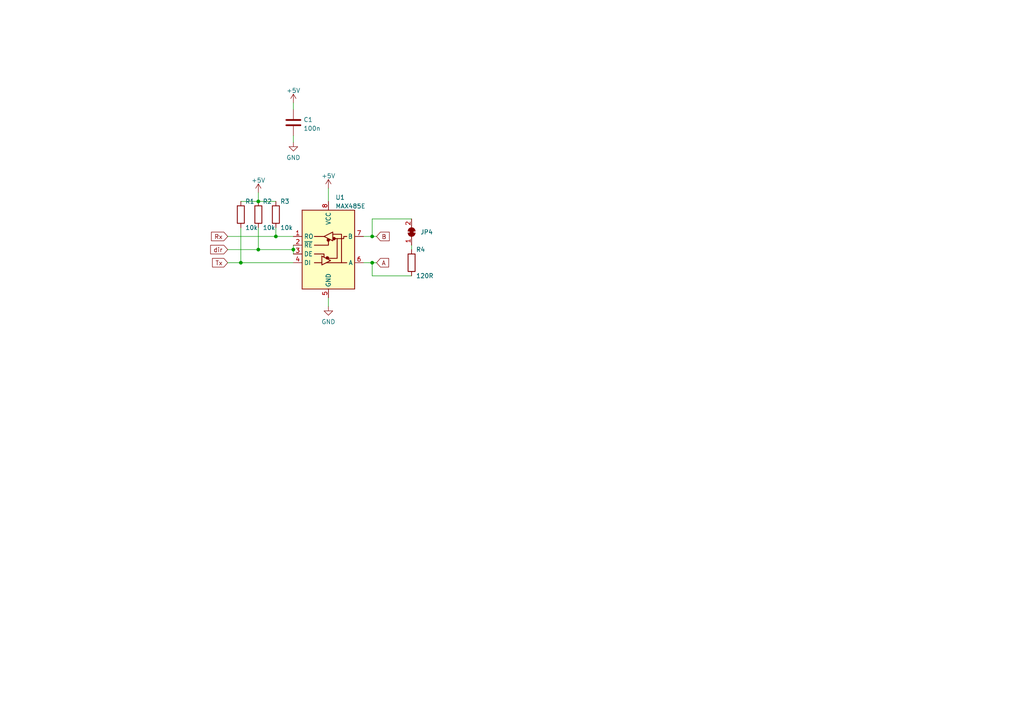
<source format=kicad_sch>
(kicad_sch (version 20211123) (generator eeschema)
  (paper "A4")
  (lib_symbols
    (symbol "Device:C" (pin_numbers hide) (pin_names (offset 0.254))
      (property "Reference" "C" (at 0.635 2.54 0))
      (property "Value" "C" (at 0.635 -2.54 0))
      (symbol "C_0_1"
        (polyline (pts (xy -2.032 -0.762) (xy 2.032 -0.762)) (stroke (width 0.508)))
        (polyline (pts (xy -2.032 0.762) (xy 2.032 0.762)) (stroke (width 0.508)))
      )
      (symbol "C_1_1"
        (pin passive line (at 0 3.81 270) (length 2.794) (name "~") (number "1"))
        (pin passive line (at 0 -3.81 90) (length 2.794) (name "~") (number "2"))
      )
    )
    (symbol "Device:R" (pin_numbers hide) (pin_names (offset 0))
      (property "Reference" "R" (at 2.032 0 90))
      (property "Value" "R" (at 0 0 90))
      (symbol "R_0_1"
        (rectangle (start -1.016 -2.54) (end 1.016 2.54) (stroke (width 0.254)))
      )
      (symbol "R_1_1"
        (pin passive line (at 0 3.81 270) (length 1.27) (name "~") (number "1"))
        (pin passive line (at 0 -3.81 90) (length 1.27) (name "~") (number "2"))
      )
    )
    (symbol "Interface_UART:MAX485E"
      (property "Reference" "U" (at -6.096 11.43 0))
      (property "Value" "MAX485E" (at 0.762 11.43 0))
      (symbol "MAX485E_0_1"
        (rectangle (start -7.62 10.16) (end 7.62 -12.7) (stroke (width 0.254)) (fill (type background)))
        (circle (center -0.3048 -3.683) (radius 0.3556) (stroke (width 0.254)) (fill (type outline)))
        (circle (center -0.0254 1.4986) (radius 0.3556) (stroke (width 0.254)) (fill (type outline)))
        (polyline (pts (xy -4.064 -5.08) (xy -1.905 -5.08)) (stroke (width 0.254)))
        (polyline (pts (xy -4.064 2.54) (xy -1.27 2.54)) (stroke (width 0.254)))
        (polyline (pts (xy -1.27 -3.2004) (xy -1.27 -3.4544)) (stroke (width 0.254)))
        (polyline (pts (xy -0.635 -5.08) (xy 5.334 -5.08)) (stroke (width 0.254)))
        (polyline (pts (xy -4.064 -2.54) (xy -1.27 -2.54) (xy -1.27 -3.175)) (stroke (width 0.254)))
        (polyline (pts (xy 0 1.27) (xy 0 0) (xy -4.064 0)) (stroke (width 0.254)))
        (polyline (pts (xy 1.27 3.175) (xy 3.81 3.175) (xy 3.81 -5.08)) (stroke (width 0.254)))
        (polyline (pts (xy 2.54 1.905) (xy 2.54 -3.81) (xy 0 -3.81)) (stroke (width 0.254)))
        (polyline (pts (xy -1.905 -3.175) (xy -1.905 -5.715) (xy 0.635 -4.445) (xy -1.905 -3.175)) (stroke (width 0.254)))
        (polyline (pts (xy -1.27 2.54) (xy 1.27 3.81) (xy 1.27 1.27) (xy -1.27 2.54)) (stroke (width 0.254)))
        (polyline (pts (xy 1.905 1.905) (xy 4.445 1.905) (xy 4.445 2.54) (xy 5.334 2.54)) (stroke (width 0.254)))
        (rectangle (start 1.27 3.175) (end 1.27 3.175))
        (circle (center 1.651 1.905) (radius 0.3556) (stroke (width 0.254)) (fill (type outline)))
      )
      (symbol "MAX485E_1_1"
        (pin output line (at -10.16 2.54 0) (length 2.54) (name "RO") (number "1"))
        (pin input line (at -10.16 0 0) (length 2.54) (name "~{RE}") (number "2"))
        (pin input line (at -10.16 -2.54 0) (length 2.54) (name "DE") (number "3"))
        (pin input line (at -10.16 -5.08 0) (length 2.54) (name "DI") (number "4"))
        (pin power_in line (at 0 -15.24 90) (length 2.54) (name "GND") (number "5"))
        (pin bidirectional line (at 10.16 -5.08 180) (length 2.54) (name "A") (number "6"))
        (pin bidirectional line (at 10.16 2.54 180) (length 2.54) (name "B") (number "7"))
        (pin power_in line (at 0 12.7 270) (length 2.54) (name "VCC") (number "8"))
      )
    )
    (symbol "Jumper:SolderJumper_2_Bridged" (pin_names (offset 0) hide)
      (property "Reference" "JP" (at 0 2.032 0))
      (property "Value" "SolderJumper_2_Bridged" (at 0 -2.54 0))
      (symbol "SolderJumper_2_Bridged_0_1"
        (rectangle (start -0.508 0.508) (end 0.508 -0.508) (fill (type outline)))
        (arc (start -0.254 1.016) (mid -1.27 0) (end -0.254 -1.016))
        (arc (start -0.254 1.016) (mid -1.27 0) (end -0.254 -1.016) (fill (type outline)))
        (polyline (pts (xy -0.254 1.016) (xy -0.254 -1.016)))
        (polyline (pts (xy 0.254 1.016) (xy 0.254 -1.016)))
        (arc (start 0.254 -1.016) (mid 1.27 0) (end 0.254 1.016))
        (arc (start 0.254 -1.016) (mid 1.27 0) (end 0.254 1.016) (fill (type outline)))
      )
      (symbol "SolderJumper_2_Bridged_1_1"
        (pin passive line (at -3.81 0 0) (length 2.54) (name "A") (number "1"))
        (pin passive line (at 3.81 0 180) (length 2.54) (name "B") (number "2"))
      )
    )
    (symbol "power:+5V" (power) (pin_names (offset 0))
      (property "Value" "+5V" (at 0 3.556 0))
      (symbol "+5V_0_1"
        (polyline (pts (xy -0.762 1.27) (xy 0 2.54)))
        (polyline (pts (xy 0 0) (xy 0 2.54)))
        (polyline (pts (xy 0 2.54) (xy 0.762 1.27)))
      )
      (symbol "+5V_1_1"
        (pin power_in line (at 0 0 90) (length 0) hide (name "+5V") (number "1"))
      )
    )
    (symbol "power:GND" (power) (pin_names (offset 0))
      (property "Value" "GND" (at 0 -3.81 0))
      (symbol "GND_0_1"
        (polyline (pts (xy 0 0) (xy 0 -1.27) (xy 1.27 -1.27) (xy 0 -2.54) (xy -1.27 -1.27) (xy 0 -1.27)))
      )
      (symbol "GND_1_1"
        (pin power_in line (at 0 0 270) (length 0) hide (name "GND") (number "1"))
      )
    )
  )
  (junction (at 80.01 68.58))
  (junction (at 74.93 58.42))
  (junction (at 85.09 72.39))
  (junction (at 74.93 72.39))
  (junction (at 107.95 76.2))
  (junction (at 69.85 76.2))
  (junction (at 107.95 68.58))
  (wire (pts (xy 85.09 29.845) (xy 85.09 31.75)))
  (wire (pts (xy 74.93 66.04) (xy 74.93 72.39)))
  (wire (pts (xy 119.38 71.12) (xy 119.38 72.39)))
  (wire (pts (xy 66.04 76.2) (xy 69.85 76.2)))
  (wire (pts (xy 95.25 54.61) (xy 95.25 58.42)))
  (wire (pts (xy 107.95 80.01) (xy 107.95 76.2)))
  (wire (pts (xy 119.38 80.01) (xy 107.95 80.01)))
  (wire (pts (xy 66.04 68.58) (xy 80.01 68.58)))
  (wire (pts (xy 85.09 71.12) (xy 85.09 72.39)))
  (wire (pts (xy 74.93 58.42) (xy 80.01 58.42)))
  (wire (pts (xy 105.41 76.2) (xy 107.95 76.2)))
  (wire (pts (xy 105.41 68.58) (xy 107.95 68.58)))
  (wire (pts (xy 107.95 63.5) (xy 107.95 68.58)))
  (wire (pts (xy 119.38 63.5) (xy 107.95 63.5)))
  (wire (pts (xy 107.95 76.2) (xy 109.22 76.2)))
  (wire (pts (xy 85.09 72.39) (xy 85.09 73.66)))
  (wire (pts (xy 107.95 68.58) (xy 109.22 68.58)))
  (wire (pts (xy 80.01 66.04) (xy 80.01 68.58)))
  (wire (pts (xy 69.85 76.2) (xy 85.09 76.2)))
  (wire (pts (xy 69.85 58.42) (xy 74.93 58.42)))
  (wire (pts (xy 69.85 66.04) (xy 69.85 76.2)))
  (wire (pts (xy 85.09 39.37) (xy 85.09 41.275)))
  (wire (pts (xy 80.01 68.58) (xy 85.09 68.58)))
  (wire (pts (xy 74.93 72.39) (xy 85.09 72.39)))
  (wire (pts (xy 74.93 55.88) (xy 74.93 58.42)))
  (wire (pts (xy 66.04 72.39) (xy 74.93 72.39)))
  (wire (pts (xy 95.25 86.36) (xy 95.25 88.9)))
  (global_label "dir" (shape input) (at 66.04 72.39 180) (property "Intersheet References" "${INTERSHEET_REFS}" (effects hide)))
  (global_label "Tx" (shape input) (at 66.04 76.2 180) (property "Intersheet References" "${INTERSHEET_REFS}" (effects hide)))
  (global_label "Rx" (shape input) (at 66.04 68.58 180) (property "Intersheet References" "${INTERSHEET_REFS}" (effects hide)))
  (global_label "A" (shape input) (at 109.22 76.2 0) (property "Intersheet References" "${INTERSHEET_REFS}" (effects hide)))
  (global_label "B" (shape input) (at 109.22 68.58 0) (property "Intersheet References" "${INTERSHEET_REFS}" (effects hide)))
  (symbol (lib_id "Device:C") (at 85.09 35.56 0) (unit 1)
    (property "Reference" "C1" (at 88.011 34.7253 0) (effects (justify left)))
    (property "Value" "100n" (at 88.011 37.2622 0) (effects (justify left)))
    (property "Footprint" "Capacitor_SMD:C_0603_1608Metric_Pad1.08x0.95mm_HandSolder" (effects hide))
    (property "JLCPCB Part#" "C14663" (effects hide))
  )
  (symbol (lib_id "power:+5V") (at 85.09 29.845 0) (unit 1)
    (property "Reference" "#PWR01" (effects hide))
    (property "Value" "+5V" (at 85.09 26.2692 0))
  )
  (symbol (lib_id "Device:R") (at 69.85 62.23 0) (unit 1)
    (property "Reference" "R1" (at 71.12 58.42 0) (effects (justify left)))
    (property "Value" "10k" (at 71.12 66.04 0) (effects (justify left)))
    (property "Footprint" "Resistor_SMD:R_0402_1005Metric" (effects hide))
    (property "JLCPCB Part#" "C25744" (effects hide))
  )
  (symbol (lib_id "Jumper:SolderJumper_2_Bridged") (at 119.38 67.31 90) (unit 1)
    (property "Reference" "JP4" (at 121.92 67.3099 90) (effects (justify right)))
    (property "Value" "SolderJumper_2_Bridged" (effects hide))
    (property "Footprint" "Jumper:SolderJumper-2_P1.3mm_Bridged_RoundedPad1.0x1.5mm" (effects hide))
  )
  (symbol (lib_id "power:GND") (at 95.25 88.9 0) (unit 1)
    (property "Reference" "#PWR05" (effects hide))
    (property "Value" "GND" (at 95.25 93.3434 0))
  )
  (symbol (lib_id "power:+5V") (at 74.93 55.88 0) (unit 1)
    (property "Reference" "#PWR04" (effects hide))
    (property "Value" "+5V" (at 74.93 52.3042 0))
  )
  (symbol (lib_id "Interface_UART:MAX485E") (at 95.25 71.12 0) (unit 1)
    (property "Reference" "U1" (at 97.2694 57.2602 0) (effects (justify left)))
    (property "Value" "MAX485E" (at 97.2694 59.7971 0) (effects (justify left)))
    (property "Footprint" "Package_SO:SOIC-8_3.9x4.9mm_P1.27mm" (effects hide))
    (property "Datasheet" "https://datasheets.maximintegrated.com/en/ds/MAX1487E-MAX491E.pdf" (effects hide))
    (property "JLCPCB Part#" "C668206" (effects hide))
  )
  (symbol (lib_id "power:+5V") (at 95.25 54.61 0) (unit 1)
    (property "Reference" "#PWR03" (effects hide))
    (property "Value" "+5V" (at 95.25 51.0342 0))
  )
  (symbol (lib_id "Device:R") (at 119.38 76.2 0) (unit 1)
    (property "Reference" "R4" (at 120.65 72.39 0) (effects (justify left)))
    (property "Value" "120R" (at 120.65 80.01 0) (effects (justify left)))
    (property "Footprint" "Resistor_SMD:R_0402_1005Metric" (effects hide))
    (property "JLCPCB Part#" "C25744" (effects hide))
  )
  (symbol (lib_id "Device:R") (at 74.93 62.23 0) (unit 1)
    (property "Reference" "R2" (at 76.2 58.42 0) (effects (justify left)))
    (property "Value" "10k" (at 76.2 66.04 0) (effects (justify left)))
    (property "Footprint" "Resistor_SMD:R_0402_1005Metric" (effects hide))
    (property "JLCPCB Part#" "C25744" (effects hide))
  )
  (symbol (lib_id "power:GND") (at 85.09 41.275 0) (unit 1)
    (property "Reference" "#PWR02" (effects hide))
    (property "Value" "GND" (at 85.09 45.7184 0))
  )
  (symbol (lib_id "Device:R") (at 80.01 62.23 0) (unit 1)
    (property "Reference" "R3" (at 81.28 58.42 0) (effects (justify left)))
    (property "Value" "10k" (at 81.28 66.04 0) (effects (justify left)))
    (property "Footprint" "Resistor_SMD:R_0402_1005Metric" (effects hide))
    (property "JLCPCB Part#" "C25744" (effects hide))
  )
)
</source>
